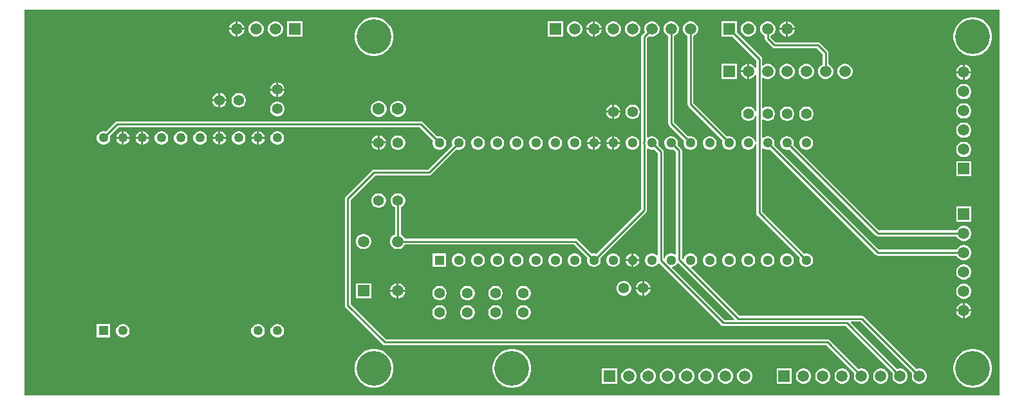
<source format=gbl>
G04*
G04 #@! TF.GenerationSoftware,Altium Limited,Altium Designer,21.6.1 (37)*
G04*
G04 Layer_Physical_Order=2*
G04 Layer_Color=16711680*
%FSLAX25Y25*%
%MOIN*%
G70*
G04*
G04 #@! TF.SameCoordinates,5A4F57BB-18EF-4FC9-9596-1EF8DA8ABA7A*
G04*
G04*
G04 #@! TF.FilePolarity,Positive*
G04*
G01*
G75*
%ADD10C,0.01000*%
%ADD21C,0.04921*%
%ADD22R,0.04921X0.04921*%
%ADD24C,0.05906*%
%ADD25R,0.05906X0.05906*%
%ADD26C,0.05512*%
%ADD27C,0.06299*%
%ADD28R,0.05906X0.05906*%
%ADD29R,0.05039X0.05039*%
%ADD30C,0.05039*%
%ADD31C,0.18000*%
G36*
X505000Y0D02*
X0D01*
Y200000D01*
X505000D01*
Y0D01*
D02*
G37*
%LPC*%
G36*
X110520Y193953D02*
X110500D01*
Y190500D01*
X113953D01*
Y190520D01*
X113683Y191526D01*
X113163Y192427D01*
X112427Y193163D01*
X111526Y193683D01*
X110520Y193953D01*
D02*
G37*
G36*
X395520D02*
X395500D01*
Y190500D01*
X398953D01*
Y190520D01*
X398683Y191526D01*
X398163Y192427D01*
X397427Y193163D01*
X396526Y193683D01*
X395520Y193953D01*
D02*
G37*
G36*
X394500D02*
X394480D01*
X393474Y193683D01*
X392573Y193163D01*
X391837Y192427D01*
X391317Y191526D01*
X391047Y190520D01*
Y190500D01*
X394500D01*
Y193953D01*
D02*
G37*
G36*
X295520D02*
X295500D01*
Y190500D01*
X298953D01*
Y190520D01*
X298683Y191526D01*
X298163Y192427D01*
X297427Y193163D01*
X296526Y193683D01*
X295520Y193953D01*
D02*
G37*
G36*
X294500D02*
X294480D01*
X293474Y193683D01*
X292573Y193163D01*
X291837Y192427D01*
X291317Y191526D01*
X291047Y190520D01*
Y190500D01*
X294500D01*
Y193953D01*
D02*
G37*
G36*
X109500D02*
X109480D01*
X108474Y193683D01*
X107573Y193163D01*
X106837Y192427D01*
X106317Y191526D01*
X106047Y190520D01*
Y190500D01*
X109500D01*
Y193953D01*
D02*
G37*
G36*
X398953Y189500D02*
X395500D01*
Y186047D01*
X395520D01*
X396526Y186317D01*
X397427Y186837D01*
X398163Y187573D01*
X398683Y188474D01*
X398953Y189480D01*
Y189500D01*
D02*
G37*
G36*
X394500D02*
X391047D01*
Y189480D01*
X391317Y188474D01*
X391837Y187573D01*
X392573Y186837D01*
X393474Y186317D01*
X394480Y186047D01*
X394500D01*
Y189500D01*
D02*
G37*
G36*
X375520Y193953D02*
X374480D01*
X373474Y193683D01*
X372573Y193163D01*
X371837Y192427D01*
X371317Y191526D01*
X371047Y190520D01*
Y189480D01*
X371317Y188474D01*
X371837Y187573D01*
X372573Y186837D01*
X373474Y186317D01*
X374480Y186047D01*
X375520D01*
X376526Y186317D01*
X377427Y186837D01*
X378163Y187573D01*
X378683Y188474D01*
X378953Y189480D01*
Y190520D01*
X378683Y191526D01*
X378163Y192427D01*
X377427Y193163D01*
X376526Y193683D01*
X375520Y193953D01*
D02*
G37*
G36*
X325520D02*
X324480D01*
X323474Y193683D01*
X322573Y193163D01*
X321837Y192427D01*
X321317Y191526D01*
X321047Y190520D01*
Y189480D01*
X321316Y188478D01*
X319919Y187081D01*
X319587Y186585D01*
X319471Y186000D01*
Y131281D01*
X319479Y131238D01*
X319433Y130884D01*
X319479Y130530D01*
X319471Y130487D01*
Y96750D01*
X296168Y73447D01*
X295463Y73636D01*
X294537D01*
X293832Y73447D01*
X286402Y80877D01*
X285906Y81208D01*
X285321Y81325D01*
X197039D01*
X196521Y82222D01*
X195785Y82958D01*
X194958Y83436D01*
Y97505D01*
X195806Y97995D01*
X196505Y98694D01*
X197000Y99550D01*
X197256Y100505D01*
Y101495D01*
X197000Y102450D01*
X196505Y103306D01*
X195806Y104006D01*
X194950Y104500D01*
X193994Y104756D01*
X193006D01*
X192050Y104500D01*
X191194Y104006D01*
X190495Y103306D01*
X190000Y102450D01*
X189744Y101495D01*
Y100505D01*
X190000Y99550D01*
X190495Y98694D01*
X191194Y97995D01*
X191900Y97587D01*
Y83497D01*
X191832Y83479D01*
X190931Y82958D01*
X190195Y82222D01*
X189675Y81321D01*
X189406Y80316D01*
Y79275D01*
X189675Y78270D01*
X190195Y77368D01*
X190931Y76632D01*
X191832Y76112D01*
X192838Y75842D01*
X193879D01*
X194884Y76112D01*
X195785Y76632D01*
X196521Y77368D01*
X197039Y78266D01*
X284687D01*
X291669Y71284D01*
X291480Y70579D01*
Y69653D01*
X291720Y68758D01*
X292184Y67955D01*
X292839Y67300D01*
X293641Y66836D01*
X294537Y66597D01*
X295463D01*
X296359Y66836D01*
X297161Y67300D01*
X297816Y67955D01*
X298280Y68758D01*
X298520Y69653D01*
Y70579D01*
X298331Y71284D01*
X322081Y95035D01*
X322413Y95531D01*
X322529Y96116D01*
Y127712D01*
X323029Y127957D01*
X323641Y127604D01*
X324537Y127364D01*
X325463D01*
X326168Y127553D01*
X328025Y125696D01*
Y72776D01*
X327525Y72569D01*
X327161Y72933D01*
X326359Y73396D01*
X325463Y73636D01*
X324537D01*
X323641Y73396D01*
X322839Y72933D01*
X322184Y72277D01*
X321720Y71475D01*
X321480Y70579D01*
Y69653D01*
X321720Y68758D01*
X322184Y67955D01*
X322839Y67300D01*
X323641Y66836D01*
X324537Y66597D01*
X325463D01*
X326359Y66836D01*
X327161Y67300D01*
X327816Y67955D01*
X328110Y68464D01*
X328718Y68550D01*
X360850Y36419D01*
X361346Y36087D01*
X361931Y35971D01*
X425366D01*
X449816Y11522D01*
X449547Y10520D01*
Y9480D01*
X449817Y8474D01*
X450337Y7573D01*
X451073Y6837D01*
X451974Y6317D01*
X452980Y6047D01*
X454020D01*
X455026Y6317D01*
X455927Y6837D01*
X456663Y7573D01*
X457183Y8474D01*
X457453Y9480D01*
Y10520D01*
X457183Y11526D01*
X456663Y12427D01*
X455927Y13163D01*
X455026Y13683D01*
X454020Y13953D01*
X452980D01*
X451978Y13684D01*
X427959Y37704D01*
X428151Y38166D01*
X433172D01*
X459816Y11522D01*
X459547Y10520D01*
Y9480D01*
X459817Y8474D01*
X460337Y7573D01*
X461073Y6837D01*
X461974Y6317D01*
X462980Y6047D01*
X464020D01*
X465026Y6317D01*
X465927Y6837D01*
X466663Y7573D01*
X467183Y8474D01*
X467453Y9480D01*
Y10520D01*
X467183Y11526D01*
X466663Y12427D01*
X465927Y13163D01*
X465026Y13683D01*
X464020Y13953D01*
X462980D01*
X461978Y13684D01*
X434887Y40776D01*
X434390Y41108D01*
X433805Y41224D01*
X370370D01*
X345464Y66131D01*
X345654Y66647D01*
X346359Y66836D01*
X347161Y67300D01*
X347816Y67955D01*
X348280Y68758D01*
X348520Y69653D01*
Y70579D01*
X348280Y71475D01*
X347816Y72277D01*
X347161Y72933D01*
X346359Y73396D01*
X345463Y73636D01*
X344537D01*
X343641Y73396D01*
X342839Y72933D01*
X342184Y72277D01*
X341720Y71475D01*
X341531Y70770D01*
X341014Y70580D01*
X340549Y71045D01*
Y126864D01*
X340433Y127449D01*
X340101Y127946D01*
X338331Y129716D01*
X338520Y130420D01*
Y131347D01*
X338280Y132242D01*
X337816Y133045D01*
X337161Y133700D01*
X336359Y134164D01*
X335463Y134404D01*
X334537D01*
X333641Y134164D01*
X332839Y133700D01*
X332184Y133045D01*
X331720Y132242D01*
X331480Y131347D01*
Y130420D01*
X331720Y129525D01*
X332184Y128723D01*
X332839Y128067D01*
X333641Y127604D01*
X334537Y127364D01*
X335463D01*
X336168Y127553D01*
X337490Y126231D01*
Y73262D01*
X336990Y73031D01*
X336359Y73396D01*
X335463Y73636D01*
X334537D01*
X333641Y73396D01*
X332839Y72933D01*
X332184Y72277D01*
X331720Y71475D01*
X331583Y70964D01*
X331083Y71030D01*
Y126330D01*
X330967Y126915D01*
X330635Y127411D01*
X328331Y129716D01*
X328520Y130420D01*
Y131347D01*
X328280Y132242D01*
X327816Y133045D01*
X327161Y133700D01*
X326359Y134164D01*
X325463Y134404D01*
X324537D01*
X323641Y134164D01*
X323029Y133810D01*
X322529Y134056D01*
Y185366D01*
X323478Y186316D01*
X324480Y186047D01*
X325520D01*
X326526Y186317D01*
X327427Y186837D01*
X328163Y187573D01*
X328683Y188474D01*
X328953Y189480D01*
Y190520D01*
X328683Y191526D01*
X328163Y192427D01*
X327427Y193163D01*
X326526Y193683D01*
X325520Y193953D01*
D02*
G37*
G36*
X315520D02*
X314480D01*
X313474Y193683D01*
X312573Y193163D01*
X311837Y192427D01*
X311317Y191526D01*
X311047Y190520D01*
Y189480D01*
X311317Y188474D01*
X311837Y187573D01*
X312573Y186837D01*
X313474Y186317D01*
X314480Y186047D01*
X315520D01*
X316526Y186317D01*
X317427Y186837D01*
X318163Y187573D01*
X318683Y188474D01*
X318953Y189480D01*
Y190520D01*
X318683Y191526D01*
X318163Y192427D01*
X317427Y193163D01*
X316526Y193683D01*
X315520Y193953D01*
D02*
G37*
G36*
X305520D02*
X304480D01*
X303474Y193683D01*
X302573Y193163D01*
X301837Y192427D01*
X301317Y191526D01*
X301047Y190520D01*
Y189480D01*
X301317Y188474D01*
X301837Y187573D01*
X302573Y186837D01*
X303474Y186317D01*
X304480Y186047D01*
X305520D01*
X306526Y186317D01*
X307427Y186837D01*
X308163Y187573D01*
X308683Y188474D01*
X308953Y189480D01*
Y190520D01*
X308683Y191526D01*
X308163Y192427D01*
X307427Y193163D01*
X306526Y193683D01*
X305520Y193953D01*
D02*
G37*
G36*
X298953Y189500D02*
X295500D01*
Y186047D01*
X295520D01*
X296526Y186317D01*
X297427Y186837D01*
X298163Y187573D01*
X298683Y188474D01*
X298953Y189480D01*
Y189500D01*
D02*
G37*
G36*
X294500D02*
X291047D01*
Y189480D01*
X291317Y188474D01*
X291837Y187573D01*
X292573Y186837D01*
X293474Y186317D01*
X294480Y186047D01*
X294500D01*
Y189500D01*
D02*
G37*
G36*
X285520Y193953D02*
X284480D01*
X283474Y193683D01*
X282573Y193163D01*
X281837Y192427D01*
X281317Y191526D01*
X281047Y190520D01*
Y189480D01*
X281317Y188474D01*
X281837Y187573D01*
X282573Y186837D01*
X283474Y186317D01*
X284480Y186047D01*
X285520D01*
X286526Y186317D01*
X287427Y186837D01*
X288163Y187573D01*
X288683Y188474D01*
X288953Y189480D01*
Y190520D01*
X288683Y191526D01*
X288163Y192427D01*
X287427Y193163D01*
X286526Y193683D01*
X285520Y193953D01*
D02*
G37*
G36*
X278953D02*
X271047D01*
Y186047D01*
X278953D01*
Y193953D01*
D02*
G37*
G36*
X143953D02*
X136047D01*
Y186047D01*
X143953D01*
Y193953D01*
D02*
G37*
G36*
X130520D02*
X129480D01*
X128474Y193683D01*
X127573Y193163D01*
X126837Y192427D01*
X126317Y191526D01*
X126047Y190520D01*
Y189480D01*
X126317Y188474D01*
X126837Y187573D01*
X127573Y186837D01*
X128474Y186317D01*
X129480Y186047D01*
X130520D01*
X131526Y186317D01*
X132427Y186837D01*
X133163Y187573D01*
X133683Y188474D01*
X133953Y189480D01*
Y190520D01*
X133683Y191526D01*
X133163Y192427D01*
X132427Y193163D01*
X131526Y193683D01*
X130520Y193953D01*
D02*
G37*
G36*
X120520D02*
X119480D01*
X118474Y193683D01*
X117573Y193163D01*
X116837Y192427D01*
X116317Y191526D01*
X116047Y190520D01*
Y189480D01*
X116317Y188474D01*
X116837Y187573D01*
X117573Y186837D01*
X118474Y186317D01*
X119480Y186047D01*
X120520D01*
X121526Y186317D01*
X122427Y186837D01*
X123163Y187573D01*
X123683Y188474D01*
X123953Y189480D01*
Y190520D01*
X123683Y191526D01*
X123163Y192427D01*
X122427Y193163D01*
X121526Y193683D01*
X120520Y193953D01*
D02*
G37*
G36*
X113953Y189500D02*
X110500D01*
Y186047D01*
X110520D01*
X111526Y186317D01*
X112427Y186837D01*
X113163Y187573D01*
X113683Y188474D01*
X113953Y189480D01*
Y189500D01*
D02*
G37*
G36*
X109500D02*
X106047D01*
Y189480D01*
X106317Y188474D01*
X106837Y187573D01*
X107573Y186837D01*
X108474Y186317D01*
X109480Y186047D01*
X109500D01*
Y189500D01*
D02*
G37*
G36*
X492185Y196000D02*
X490215D01*
X488283Y195616D01*
X486463Y194862D01*
X484825Y193767D01*
X483432Y192375D01*
X482338Y190737D01*
X481584Y188917D01*
X481200Y186985D01*
Y185015D01*
X481584Y183083D01*
X482338Y181263D01*
X483432Y179625D01*
X484825Y178233D01*
X486463Y177138D01*
X488283Y176384D01*
X490215Y176000D01*
X492185D01*
X494117Y176384D01*
X495937Y177138D01*
X497575Y178233D01*
X498968Y179625D01*
X500062Y181263D01*
X500816Y183083D01*
X501200Y185015D01*
Y186985D01*
X500816Y188917D01*
X500062Y190737D01*
X498968Y192375D01*
X497575Y193767D01*
X495937Y194862D01*
X494117Y195616D01*
X492185Y196000D01*
D02*
G37*
G36*
X182087D02*
X180117D01*
X178185Y195616D01*
X176366Y194862D01*
X174728Y193767D01*
X173335Y192375D01*
X172240Y190737D01*
X171487Y188917D01*
X171102Y186985D01*
Y185015D01*
X171487Y183083D01*
X172240Y181263D01*
X173335Y179625D01*
X174728Y178233D01*
X176366Y177138D01*
X178185Y176384D01*
X180117Y176000D01*
X182087D01*
X184019Y176384D01*
X185839Y177138D01*
X187477Y178233D01*
X188870Y179625D01*
X189964Y181263D01*
X190718Y183083D01*
X191102Y185015D01*
Y186985D01*
X190718Y188917D01*
X189964Y190737D01*
X188870Y192375D01*
X187477Y193767D01*
X185839Y194862D01*
X184019Y195616D01*
X182087Y196000D01*
D02*
G37*
G36*
X368953Y193953D02*
X361047D01*
Y186047D01*
X366790D01*
X379018Y173819D01*
Y169946D01*
X378518Y169812D01*
X378163Y170427D01*
X377427Y171163D01*
X376526Y171683D01*
X375520Y171953D01*
X375500D01*
Y168000D01*
Y164047D01*
X375520D01*
X376526Y164317D01*
X377427Y164837D01*
X378163Y165573D01*
X378518Y166188D01*
X379018Y166054D01*
Y147449D01*
X378518Y147383D01*
X378500Y147450D01*
X378006Y148306D01*
X377306Y149005D01*
X376450Y149500D01*
X375495Y149756D01*
X374505D01*
X373550Y149500D01*
X372694Y149005D01*
X371994Y148306D01*
X371500Y147450D01*
X371244Y146494D01*
Y145505D01*
X371500Y144550D01*
X371994Y143694D01*
X372694Y142994D01*
X373550Y142500D01*
X374505Y142244D01*
X375495D01*
X376450Y142500D01*
X377306Y142994D01*
X378006Y143694D01*
X378500Y144550D01*
X378518Y144617D01*
X379018Y144551D01*
Y131352D01*
X378520Y131347D01*
X378280Y132242D01*
X377816Y133045D01*
X377161Y133700D01*
X376359Y134164D01*
X375463Y134404D01*
X374537D01*
X373641Y134164D01*
X372839Y133700D01*
X372184Y133045D01*
X371720Y132242D01*
X371480Y131347D01*
Y130420D01*
X371720Y129525D01*
X372184Y128723D01*
X372839Y128067D01*
X373641Y127604D01*
X374537Y127364D01*
X375463D01*
X376359Y127604D01*
X377161Y128067D01*
X377816Y128723D01*
X378280Y129525D01*
X378520Y130420D01*
X379018Y130416D01*
Y94569D01*
X379134Y93984D01*
X379466Y93488D01*
X401669Y71284D01*
X401480Y70579D01*
Y69653D01*
X401720Y68758D01*
X402184Y67955D01*
X402839Y67300D01*
X403641Y66836D01*
X404537Y66597D01*
X405463D01*
X406359Y66836D01*
X407161Y67300D01*
X407816Y67955D01*
X408280Y68758D01*
X408520Y69653D01*
Y70579D01*
X408280Y71475D01*
X407816Y72277D01*
X407161Y72933D01*
X406359Y73396D01*
X405463Y73636D01*
X404537D01*
X403832Y73447D01*
X382077Y95202D01*
Y128123D01*
X382577Y128330D01*
X382839Y128067D01*
X383641Y127604D01*
X384537Y127364D01*
X385463D01*
X386168Y127553D01*
X440802Y72919D01*
X441299Y72587D01*
X441884Y72471D01*
X482819D01*
X483337Y71573D01*
X484073Y70837D01*
X484974Y70317D01*
X485980Y70047D01*
X487020D01*
X488026Y70317D01*
X488927Y70837D01*
X489663Y71573D01*
X490183Y72474D01*
X490453Y73480D01*
Y74520D01*
X490183Y75526D01*
X489663Y76427D01*
X488927Y77163D01*
X488026Y77683D01*
X487020Y77953D01*
X485980D01*
X484974Y77683D01*
X484073Y77163D01*
X483337Y76427D01*
X482819Y75529D01*
X442517D01*
X388331Y129716D01*
X388520Y130420D01*
Y131347D01*
X388280Y132242D01*
X387816Y133045D01*
X387161Y133700D01*
X386359Y134164D01*
X385463Y134404D01*
X384537D01*
X383641Y134164D01*
X382839Y133700D01*
X382577Y133438D01*
X382077Y133645D01*
Y142958D01*
X382539Y143150D01*
X382694Y142994D01*
X383550Y142500D01*
X384506Y142244D01*
X385494D01*
X386450Y142500D01*
X387306Y142994D01*
X388005Y143694D01*
X388500Y144550D01*
X388756Y145505D01*
Y146494D01*
X388500Y147450D01*
X388005Y148306D01*
X387306Y149005D01*
X386450Y149500D01*
X385494Y149756D01*
X384506D01*
X383550Y149500D01*
X382694Y149005D01*
X382539Y148850D01*
X382077Y149042D01*
Y164680D01*
X382539Y164871D01*
X382573Y164837D01*
X383474Y164317D01*
X384480Y164047D01*
X385520D01*
X386526Y164317D01*
X387427Y164837D01*
X388163Y165573D01*
X388683Y166474D01*
X388953Y167480D01*
Y168520D01*
X388683Y169526D01*
X388163Y170427D01*
X387427Y171163D01*
X386526Y171683D01*
X385520Y171953D01*
X384480D01*
X383474Y171683D01*
X382573Y171163D01*
X382539Y171129D01*
X382077Y171320D01*
Y174453D01*
X381960Y175038D01*
X381629Y175534D01*
X368953Y188210D01*
Y193953D01*
D02*
G37*
G36*
X374500Y171953D02*
X374480D01*
X373474Y171683D01*
X372573Y171163D01*
X371837Y170427D01*
X371317Y169526D01*
X371047Y168520D01*
Y168500D01*
X374500D01*
Y171953D01*
D02*
G37*
G36*
X487020Y171453D02*
X487000D01*
Y168000D01*
X490453D01*
Y168020D01*
X490183Y169026D01*
X489663Y169927D01*
X488927Y170663D01*
X488026Y171183D01*
X487020Y171453D01*
D02*
G37*
G36*
X486000D02*
X485980D01*
X484974Y171183D01*
X484073Y170663D01*
X483337Y169927D01*
X482817Y169026D01*
X482547Y168020D01*
Y168000D01*
X486000D01*
Y171453D01*
D02*
G37*
G36*
X425520Y171953D02*
X424480D01*
X423474Y171683D01*
X422573Y171163D01*
X421837Y170427D01*
X421317Y169526D01*
X421047Y168520D01*
Y167480D01*
X421317Y166474D01*
X421837Y165573D01*
X422573Y164837D01*
X423474Y164317D01*
X424480Y164047D01*
X425520D01*
X426526Y164317D01*
X427427Y164837D01*
X428163Y165573D01*
X428683Y166474D01*
X428953Y167480D01*
Y168520D01*
X428683Y169526D01*
X428163Y170427D01*
X427427Y171163D01*
X426526Y171683D01*
X425520Y171953D01*
D02*
G37*
G36*
X385520Y193953D02*
X384480D01*
X383474Y193683D01*
X382573Y193163D01*
X381837Y192427D01*
X381317Y191526D01*
X381047Y190520D01*
Y189480D01*
X381317Y188474D01*
X381837Y187573D01*
X382573Y186837D01*
X383471Y186319D01*
Y185000D01*
X383587Y184415D01*
X383919Y183919D01*
X387419Y180419D01*
X387915Y180087D01*
X388500Y179971D01*
X410366D01*
X413471Y176866D01*
Y171681D01*
X412573Y171163D01*
X411837Y170427D01*
X411317Y169526D01*
X411047Y168520D01*
Y167480D01*
X411317Y166474D01*
X411837Y165573D01*
X412573Y164837D01*
X413474Y164317D01*
X414480Y164047D01*
X415520D01*
X416526Y164317D01*
X417427Y164837D01*
X418163Y165573D01*
X418683Y166474D01*
X418953Y167480D01*
Y168520D01*
X418683Y169526D01*
X418163Y170427D01*
X417427Y171163D01*
X416529Y171681D01*
Y177500D01*
X416413Y178085D01*
X416081Y178581D01*
X412081Y182581D01*
X411585Y182913D01*
X411000Y183029D01*
X389134D01*
X386529Y185634D01*
Y186319D01*
X387427Y186837D01*
X388163Y187573D01*
X388683Y188474D01*
X388953Y189480D01*
Y190520D01*
X388683Y191526D01*
X388163Y192427D01*
X387427Y193163D01*
X386526Y193683D01*
X385520Y193953D01*
D02*
G37*
G36*
X405520Y171953D02*
X404480D01*
X403474Y171683D01*
X402573Y171163D01*
X401837Y170427D01*
X401317Y169526D01*
X401047Y168520D01*
Y167480D01*
X401317Y166474D01*
X401837Y165573D01*
X402573Y164837D01*
X403474Y164317D01*
X404480Y164047D01*
X405520D01*
X406526Y164317D01*
X407427Y164837D01*
X408163Y165573D01*
X408683Y166474D01*
X408953Y167480D01*
Y168520D01*
X408683Y169526D01*
X408163Y170427D01*
X407427Y171163D01*
X406526Y171683D01*
X405520Y171953D01*
D02*
G37*
G36*
X395520D02*
X394480D01*
X393474Y171683D01*
X392573Y171163D01*
X391837Y170427D01*
X391317Y169526D01*
X391047Y168520D01*
Y167480D01*
X391317Y166474D01*
X391837Y165573D01*
X392573Y164837D01*
X393474Y164317D01*
X394480Y164047D01*
X395520D01*
X396526Y164317D01*
X397427Y164837D01*
X398163Y165573D01*
X398683Y166474D01*
X398953Y167480D01*
Y168520D01*
X398683Y169526D01*
X398163Y170427D01*
X397427Y171163D01*
X396526Y171683D01*
X395520Y171953D01*
D02*
G37*
G36*
X374500Y167500D02*
X371047D01*
Y167480D01*
X371317Y166474D01*
X371837Y165573D01*
X372573Y164837D01*
X373474Y164317D01*
X374480Y164047D01*
X374500D01*
Y167500D01*
D02*
G37*
G36*
X368953Y171953D02*
X361047D01*
Y164047D01*
X368953D01*
Y171953D01*
D02*
G37*
G36*
X490453Y167000D02*
X487000D01*
Y163547D01*
X487020D01*
X488026Y163817D01*
X488927Y164337D01*
X489663Y165073D01*
X490183Y165974D01*
X490453Y166980D01*
Y167000D01*
D02*
G37*
G36*
X486000D02*
X482547D01*
Y166980D01*
X482817Y165974D01*
X483337Y165073D01*
X484073Y164337D01*
X484974Y163817D01*
X485980Y163547D01*
X486000D01*
Y167000D01*
D02*
G37*
G36*
X131500Y162254D02*
Y159000D01*
X134754D01*
X134500Y159950D01*
X134005Y160806D01*
X133306Y161505D01*
X132450Y162000D01*
X131500Y162254D01*
D02*
G37*
G36*
X130500D02*
X129550Y162000D01*
X128694Y161505D01*
X127995Y160806D01*
X127500Y159950D01*
X127246Y159000D01*
X130500D01*
Y162254D01*
D02*
G37*
G36*
X134754Y158000D02*
X131500D01*
Y154746D01*
X132450Y155000D01*
X133306Y155494D01*
X134005Y156194D01*
X134500Y157050D01*
X134754Y158000D01*
D02*
G37*
G36*
X130500D02*
X127246D01*
X127500Y157050D01*
X127995Y156194D01*
X128694Y155494D01*
X129550Y155000D01*
X130500Y154746D01*
Y158000D01*
D02*
G37*
G36*
X487020Y161453D02*
X485980D01*
X484974Y161183D01*
X484073Y160663D01*
X483337Y159927D01*
X482817Y159026D01*
X482547Y158020D01*
Y156980D01*
X482817Y155974D01*
X483337Y155073D01*
X484073Y154337D01*
X484974Y153817D01*
X485980Y153547D01*
X487020D01*
X488026Y153817D01*
X488927Y154337D01*
X489663Y155073D01*
X490183Y155974D01*
X490453Y156980D01*
Y158020D01*
X490183Y159026D01*
X489663Y159927D01*
X488927Y160663D01*
X488026Y161183D01*
X487020Y161453D01*
D02*
G37*
G36*
X101500Y156754D02*
Y153500D01*
X104754D01*
X104500Y154450D01*
X104006Y155306D01*
X103306Y156006D01*
X102450Y156500D01*
X101500Y156754D01*
D02*
G37*
G36*
X100500D02*
X99550Y156500D01*
X98694Y156006D01*
X97995Y155306D01*
X97500Y154450D01*
X97246Y153500D01*
X100500D01*
Y156754D01*
D02*
G37*
G36*
X104754Y152500D02*
X101500D01*
Y149246D01*
X102450Y149500D01*
X103306Y149995D01*
X104006Y150694D01*
X104500Y151550D01*
X104754Y152500D01*
D02*
G37*
G36*
X100500D02*
X97246D01*
X97500Y151550D01*
X97995Y150694D01*
X98694Y149995D01*
X99550Y149500D01*
X100500Y149246D01*
Y152500D01*
D02*
G37*
G36*
X111495Y156756D02*
X110505D01*
X109550Y156500D01*
X108694Y156006D01*
X107994Y155306D01*
X107500Y154450D01*
X107244Y153495D01*
Y152506D01*
X107500Y151550D01*
X107994Y150694D01*
X108694Y149995D01*
X109550Y149500D01*
X110505Y149244D01*
X111495D01*
X112450Y149500D01*
X113306Y149995D01*
X114005Y150694D01*
X114500Y151550D01*
X114756Y152506D01*
Y153495D01*
X114500Y154450D01*
X114005Y155306D01*
X113306Y156006D01*
X112450Y156500D01*
X111495Y156756D01*
D02*
G37*
G36*
X305500Y150754D02*
Y147500D01*
X308754D01*
X308500Y148450D01*
X308005Y149306D01*
X307306Y150005D01*
X306450Y150500D01*
X305500Y150754D01*
D02*
G37*
G36*
X304500D02*
X303550Y150500D01*
X302694Y150005D01*
X301994Y149306D01*
X301500Y148450D01*
X301246Y147500D01*
X304500D01*
Y150754D01*
D02*
G37*
G36*
X131494Y152256D02*
X130506D01*
X129550Y152000D01*
X128694Y151505D01*
X127995Y150806D01*
X127500Y149950D01*
X127244Y148995D01*
Y148005D01*
X127500Y147050D01*
X127995Y146194D01*
X128694Y145494D01*
X129550Y145000D01*
X130506Y144744D01*
X131494D01*
X132450Y145000D01*
X133306Y145494D01*
X134005Y146194D01*
X134500Y147050D01*
X134756Y148005D01*
Y148995D01*
X134500Y149950D01*
X134005Y150806D01*
X133306Y151505D01*
X132450Y152000D01*
X131494Y152256D01*
D02*
G37*
G36*
X194046Y152650D02*
X192954D01*
X191898Y152367D01*
X190952Y151821D01*
X190180Y151048D01*
X189633Y150102D01*
X189350Y149046D01*
Y147954D01*
X189633Y146898D01*
X190180Y145952D01*
X190952Y145179D01*
X191898Y144633D01*
X192954Y144350D01*
X194046D01*
X195102Y144633D01*
X196048Y145179D01*
X196820Y145952D01*
X197367Y146898D01*
X197650Y147954D01*
Y149046D01*
X197367Y150102D01*
X196820Y151048D01*
X196048Y151821D01*
X195102Y152367D01*
X194046Y152650D01*
D02*
G37*
G36*
X184046D02*
X182954D01*
X181898Y152367D01*
X180952Y151821D01*
X180180Y151048D01*
X179633Y150102D01*
X179350Y149046D01*
Y147954D01*
X179633Y146898D01*
X180180Y145952D01*
X180952Y145179D01*
X181898Y144633D01*
X182954Y144350D01*
X184046D01*
X185102Y144633D01*
X186048Y145179D01*
X186820Y145952D01*
X187367Y146898D01*
X187650Y147954D01*
Y149046D01*
X187367Y150102D01*
X186820Y151048D01*
X186048Y151821D01*
X185102Y152367D01*
X184046Y152650D01*
D02*
G37*
G36*
X487020Y151453D02*
X485980D01*
X484974Y151183D01*
X484073Y150663D01*
X483337Y149927D01*
X482817Y149026D01*
X482547Y148020D01*
Y146980D01*
X482817Y145974D01*
X483337Y145073D01*
X484073Y144337D01*
X484974Y143817D01*
X485980Y143547D01*
X487020D01*
X488026Y143817D01*
X488927Y144337D01*
X489663Y145073D01*
X490183Y145974D01*
X490453Y146980D01*
Y148020D01*
X490183Y149026D01*
X489663Y149927D01*
X488927Y150663D01*
X488026Y151183D01*
X487020Y151453D01*
D02*
G37*
G36*
X308754Y146500D02*
X305500D01*
Y143246D01*
X306450Y143500D01*
X307306Y143994D01*
X308005Y144694D01*
X308500Y145550D01*
X308754Y146500D01*
D02*
G37*
G36*
X304500D02*
X301246D01*
X301500Y145550D01*
X301994Y144694D01*
X302694Y143994D01*
X303550Y143500D01*
X304500Y143246D01*
Y146500D01*
D02*
G37*
G36*
X315494Y150756D02*
X314506D01*
X313550Y150500D01*
X312694Y150005D01*
X311995Y149306D01*
X311500Y148450D01*
X311244Y147494D01*
Y146505D01*
X311500Y145550D01*
X311995Y144694D01*
X312694Y143994D01*
X313550Y143500D01*
X314506Y143244D01*
X315494D01*
X316450Y143500D01*
X317306Y143994D01*
X318005Y144694D01*
X318500Y145550D01*
X318756Y146505D01*
Y147494D01*
X318500Y148450D01*
X318005Y149306D01*
X317306Y150005D01*
X316450Y150500D01*
X315494Y150756D01*
D02*
G37*
G36*
X405494Y149756D02*
X404505D01*
X403550Y149500D01*
X402694Y149005D01*
X401995Y148306D01*
X401500Y147450D01*
X401244Y146494D01*
Y145505D01*
X401500Y144550D01*
X401995Y143694D01*
X402694Y142994D01*
X403550Y142500D01*
X404505Y142244D01*
X405494D01*
X406450Y142500D01*
X407306Y142994D01*
X408006Y143694D01*
X408500Y144550D01*
X408756Y145505D01*
Y146494D01*
X408500Y147450D01*
X408006Y148306D01*
X407306Y149005D01*
X406450Y149500D01*
X405494Y149756D01*
D02*
G37*
G36*
X395495D02*
X394506D01*
X393550Y149500D01*
X392694Y149005D01*
X391995Y148306D01*
X391500Y147450D01*
X391244Y146494D01*
Y145505D01*
X391500Y144550D01*
X391995Y143694D01*
X392694Y142994D01*
X393550Y142500D01*
X394506Y142244D01*
X395495D01*
X396450Y142500D01*
X397306Y142994D01*
X398006Y143694D01*
X398500Y144550D01*
X398756Y145505D01*
Y146494D01*
X398500Y147450D01*
X398006Y148306D01*
X397306Y149005D01*
X396450Y149500D01*
X395495Y149756D01*
D02*
G37*
G36*
X121500Y136949D02*
Y134000D01*
X124449D01*
X124225Y134836D01*
X123769Y135625D01*
X123125Y136269D01*
X122336Y136725D01*
X121500Y136949D01*
D02*
G37*
G36*
X120500D02*
X119664Y136725D01*
X118875Y136269D01*
X118231Y135625D01*
X117775Y134836D01*
X117551Y134000D01*
X120500D01*
Y136949D01*
D02*
G37*
G36*
X101500D02*
Y134000D01*
X104449D01*
X104225Y134836D01*
X103769Y135625D01*
X103125Y136269D01*
X102336Y136725D01*
X101500Y136949D01*
D02*
G37*
G36*
X100500D02*
X99664Y136725D01*
X98875Y136269D01*
X98231Y135625D01*
X97775Y134836D01*
X97551Y134000D01*
X100500D01*
Y136949D01*
D02*
G37*
G36*
X61500D02*
Y134000D01*
X64449D01*
X64225Y134836D01*
X63769Y135625D01*
X63125Y136269D01*
X62336Y136725D01*
X61500Y136949D01*
D02*
G37*
G36*
X60500D02*
X59664Y136725D01*
X58875Y136269D01*
X58231Y135625D01*
X57775Y134836D01*
X57551Y134000D01*
X60500D01*
Y136949D01*
D02*
G37*
G36*
X51500D02*
Y134000D01*
X54449D01*
X54225Y134836D01*
X53769Y135625D01*
X53125Y136269D01*
X52336Y136725D01*
X51500Y136949D01*
D02*
G37*
G36*
X50500D02*
X49664Y136725D01*
X48875Y136269D01*
X48231Y135625D01*
X47775Y134836D01*
X47551Y134000D01*
X50500D01*
Y136949D01*
D02*
G37*
G36*
X487020Y141453D02*
X485980D01*
X484974Y141183D01*
X484073Y140663D01*
X483337Y139927D01*
X482817Y139026D01*
X482547Y138020D01*
Y136980D01*
X482817Y135974D01*
X483337Y135073D01*
X484073Y134337D01*
X484974Y133817D01*
X485980Y133547D01*
X487020D01*
X488026Y133817D01*
X488927Y134337D01*
X489663Y135073D01*
X490183Y135974D01*
X490453Y136980D01*
Y138020D01*
X490183Y139026D01*
X489663Y139927D01*
X488927Y140663D01*
X488026Y141183D01*
X487020Y141453D01*
D02*
G37*
G36*
X184000Y134754D02*
Y131500D01*
X187254D01*
X187000Y132450D01*
X186505Y133306D01*
X185806Y134005D01*
X184950Y134500D01*
X184000Y134754D01*
D02*
G37*
G36*
X183000D02*
X182050Y134500D01*
X181194Y134005D01*
X180494Y133306D01*
X180000Y132450D01*
X179746Y131500D01*
X183000D01*
Y134754D01*
D02*
G37*
G36*
X305500Y134394D02*
Y131384D01*
X308510D01*
X308280Y132242D01*
X307816Y133045D01*
X307161Y133700D01*
X306359Y134164D01*
X305500Y134394D01*
D02*
G37*
G36*
X295500D02*
Y131384D01*
X298510D01*
X298280Y132242D01*
X297816Y133045D01*
X297161Y133700D01*
X296359Y134164D01*
X295500Y134394D01*
D02*
G37*
G36*
X304500D02*
X303641Y134164D01*
X302839Y133700D01*
X302184Y133045D01*
X301720Y132242D01*
X301490Y131384D01*
X304500D01*
Y134394D01*
D02*
G37*
G36*
X294500D02*
X293641Y134164D01*
X292839Y133700D01*
X292184Y133045D01*
X291720Y132242D01*
X291490Y131384D01*
X294500D01*
Y134394D01*
D02*
G37*
G36*
X124449Y133000D02*
X121500D01*
Y130051D01*
X122336Y130275D01*
X123125Y130731D01*
X123769Y131375D01*
X124225Y132164D01*
X124449Y133000D01*
D02*
G37*
G36*
X120500D02*
X117551D01*
X117775Y132164D01*
X118231Y131375D01*
X118875Y130731D01*
X119664Y130275D01*
X120500Y130051D01*
Y133000D01*
D02*
G37*
G36*
X104449D02*
X101500D01*
Y130051D01*
X102336Y130275D01*
X103125Y130731D01*
X103769Y131375D01*
X104225Y132164D01*
X104449Y133000D01*
D02*
G37*
G36*
X100500D02*
X97551D01*
X97775Y132164D01*
X98231Y131375D01*
X98875Y130731D01*
X99664Y130275D01*
X100500Y130051D01*
Y133000D01*
D02*
G37*
G36*
X64449D02*
X61500D01*
Y130051D01*
X62336Y130275D01*
X63125Y130731D01*
X63769Y131375D01*
X64225Y132164D01*
X64449Y133000D01*
D02*
G37*
G36*
X60500D02*
X57551D01*
X57775Y132164D01*
X58231Y131375D01*
X58875Y130731D01*
X59664Y130275D01*
X60500Y130051D01*
Y133000D01*
D02*
G37*
G36*
X54449D02*
X51500D01*
Y130051D01*
X52336Y130275D01*
X53125Y130731D01*
X53769Y131375D01*
X54225Y132164D01*
X54449Y133000D01*
D02*
G37*
G36*
X50500D02*
X47551D01*
X47775Y132164D01*
X48231Y131375D01*
X48875Y130731D01*
X49664Y130275D01*
X50500Y130051D01*
Y133000D01*
D02*
G37*
G36*
X131456Y136961D02*
X130544D01*
X129664Y136725D01*
X128875Y136269D01*
X128231Y135625D01*
X127775Y134836D01*
X127539Y133956D01*
Y133044D01*
X127775Y132164D01*
X128231Y131375D01*
X128875Y130731D01*
X129664Y130275D01*
X130544Y130039D01*
X131456D01*
X132336Y130275D01*
X133125Y130731D01*
X133769Y131375D01*
X134225Y132164D01*
X134461Y133044D01*
Y133956D01*
X134225Y134836D01*
X133769Y135625D01*
X133125Y136269D01*
X132336Y136725D01*
X131456Y136961D01*
D02*
G37*
G36*
X111456D02*
X110544D01*
X109664Y136725D01*
X108875Y136269D01*
X108231Y135625D01*
X107775Y134836D01*
X107539Y133956D01*
Y133044D01*
X107775Y132164D01*
X108231Y131375D01*
X108875Y130731D01*
X109664Y130275D01*
X110544Y130039D01*
X111456D01*
X112336Y130275D01*
X113125Y130731D01*
X113769Y131375D01*
X114225Y132164D01*
X114461Y133044D01*
Y133956D01*
X114225Y134836D01*
X113769Y135625D01*
X113125Y136269D01*
X112336Y136725D01*
X111456Y136961D01*
D02*
G37*
G36*
X91456D02*
X90544D01*
X89664Y136725D01*
X88875Y136269D01*
X88231Y135625D01*
X87775Y134836D01*
X87539Y133956D01*
Y133044D01*
X87775Y132164D01*
X88231Y131375D01*
X88875Y130731D01*
X89664Y130275D01*
X90544Y130039D01*
X91456D01*
X92336Y130275D01*
X93125Y130731D01*
X93769Y131375D01*
X94225Y132164D01*
X94461Y133044D01*
Y133956D01*
X94225Y134836D01*
X93769Y135625D01*
X93125Y136269D01*
X92336Y136725D01*
X91456Y136961D01*
D02*
G37*
G36*
X81456D02*
X80544D01*
X79664Y136725D01*
X78875Y136269D01*
X78231Y135625D01*
X77775Y134836D01*
X77539Y133956D01*
Y133044D01*
X77775Y132164D01*
X78231Y131375D01*
X78875Y130731D01*
X79664Y130275D01*
X80544Y130039D01*
X81456D01*
X82336Y130275D01*
X83125Y130731D01*
X83769Y131375D01*
X84225Y132164D01*
X84461Y133044D01*
Y133956D01*
X84225Y134836D01*
X83769Y135625D01*
X83125Y136269D01*
X82336Y136725D01*
X81456Y136961D01*
D02*
G37*
G36*
X71456D02*
X70544D01*
X69664Y136725D01*
X68875Y136269D01*
X68231Y135625D01*
X67775Y134836D01*
X67539Y133956D01*
Y133044D01*
X67775Y132164D01*
X68231Y131375D01*
X68875Y130731D01*
X69664Y130275D01*
X70544Y130039D01*
X71456D01*
X72336Y130275D01*
X73125Y130731D01*
X73769Y131375D01*
X74225Y132164D01*
X74461Y133044D01*
Y133956D01*
X74225Y134836D01*
X73769Y135625D01*
X73125Y136269D01*
X72336Y136725D01*
X71456Y136961D01*
D02*
G37*
G36*
X308510Y130384D02*
X305500D01*
Y127374D01*
X306359Y127604D01*
X307161Y128067D01*
X307816Y128723D01*
X308280Y129525D01*
X308510Y130384D01*
D02*
G37*
G36*
X298510D02*
X295500D01*
Y127374D01*
X296359Y127604D01*
X297161Y128067D01*
X297816Y128723D01*
X298280Y129525D01*
X298510Y130384D01*
D02*
G37*
G36*
X304500D02*
X301490D01*
X301720Y129525D01*
X302184Y128723D01*
X302839Y128067D01*
X303641Y127604D01*
X304500Y127374D01*
Y130384D01*
D02*
G37*
G36*
X294500D02*
X291490D01*
X291720Y129525D01*
X292184Y128723D01*
X292839Y128067D01*
X293641Y127604D01*
X294500Y127374D01*
Y130384D01*
D02*
G37*
G36*
X405463Y134404D02*
X404537D01*
X403641Y134164D01*
X402839Y133700D01*
X402184Y133045D01*
X401720Y132242D01*
X401480Y131347D01*
Y130420D01*
X401720Y129525D01*
X402184Y128723D01*
X402839Y128067D01*
X403641Y127604D01*
X404537Y127364D01*
X405463D01*
X406359Y127604D01*
X407161Y128067D01*
X407816Y128723D01*
X408280Y129525D01*
X408520Y130420D01*
Y131347D01*
X408280Y132242D01*
X407816Y133045D01*
X407161Y133700D01*
X406359Y134164D01*
X405463Y134404D01*
D02*
G37*
G36*
X345520Y193953D02*
X344480D01*
X343474Y193683D01*
X342573Y193163D01*
X341837Y192427D01*
X341317Y191526D01*
X341047Y190520D01*
Y189480D01*
X341317Y188474D01*
X341837Y187573D01*
X342573Y186837D01*
X343471Y186319D01*
Y150884D01*
X343587Y150299D01*
X343919Y149802D01*
X361669Y132052D01*
X361480Y131347D01*
Y130420D01*
X361720Y129525D01*
X362184Y128723D01*
X362839Y128067D01*
X363641Y127604D01*
X364537Y127364D01*
X365463D01*
X366359Y127604D01*
X367161Y128067D01*
X367816Y128723D01*
X368280Y129525D01*
X368520Y130420D01*
Y131347D01*
X368280Y132242D01*
X367816Y133045D01*
X367161Y133700D01*
X366359Y134164D01*
X365463Y134404D01*
X364537D01*
X363832Y134215D01*
X346529Y151517D01*
Y186319D01*
X347427Y186837D01*
X348163Y187573D01*
X348683Y188474D01*
X348953Y189480D01*
Y190520D01*
X348683Y191526D01*
X348163Y192427D01*
X347427Y193163D01*
X346526Y193683D01*
X345520Y193953D01*
D02*
G37*
G36*
X355463Y134404D02*
X354537D01*
X353641Y134164D01*
X352839Y133700D01*
X352184Y133045D01*
X351720Y132242D01*
X351480Y131347D01*
Y130420D01*
X351720Y129525D01*
X352184Y128723D01*
X352839Y128067D01*
X353641Y127604D01*
X354537Y127364D01*
X355463D01*
X356359Y127604D01*
X357161Y128067D01*
X357816Y128723D01*
X358280Y129525D01*
X358520Y130420D01*
Y131347D01*
X358280Y132242D01*
X357816Y133045D01*
X357161Y133700D01*
X356359Y134164D01*
X355463Y134404D01*
D02*
G37*
G36*
X335520Y193953D02*
X334480D01*
X333474Y193683D01*
X332573Y193163D01*
X331837Y192427D01*
X331317Y191526D01*
X331047Y190520D01*
Y189480D01*
X331317Y188474D01*
X331837Y187573D01*
X332573Y186837D01*
X333471Y186319D01*
Y140884D01*
X333587Y140299D01*
X333919Y139802D01*
X341669Y132052D01*
X341480Y131347D01*
Y130420D01*
X341720Y129525D01*
X342184Y128723D01*
X342839Y128067D01*
X343641Y127604D01*
X344537Y127364D01*
X345463D01*
X346359Y127604D01*
X347161Y128067D01*
X347816Y128723D01*
X348280Y129525D01*
X348520Y130420D01*
Y131347D01*
X348280Y132242D01*
X347816Y133045D01*
X347161Y133700D01*
X346359Y134164D01*
X345463Y134404D01*
X344537D01*
X343832Y134215D01*
X336529Y141517D01*
Y186319D01*
X337427Y186837D01*
X338163Y187573D01*
X338683Y188474D01*
X338953Y189480D01*
Y190520D01*
X338683Y191526D01*
X338163Y192427D01*
X337427Y193163D01*
X336526Y193683D01*
X335520Y193953D01*
D02*
G37*
G36*
X315463Y134404D02*
X314537D01*
X313641Y134164D01*
X312839Y133700D01*
X312184Y133045D01*
X311720Y132242D01*
X311480Y131347D01*
Y130420D01*
X311720Y129525D01*
X312184Y128723D01*
X312839Y128067D01*
X313641Y127604D01*
X314537Y127364D01*
X315463D01*
X316359Y127604D01*
X317161Y128067D01*
X317816Y128723D01*
X318280Y129525D01*
X318520Y130420D01*
Y131347D01*
X318280Y132242D01*
X317816Y133045D01*
X317161Y133700D01*
X316359Y134164D01*
X315463Y134404D01*
D02*
G37*
G36*
X285463D02*
X284537D01*
X283641Y134164D01*
X282839Y133700D01*
X282184Y133045D01*
X281720Y132242D01*
X281480Y131347D01*
Y130420D01*
X281720Y129525D01*
X282184Y128723D01*
X282839Y128067D01*
X283641Y127604D01*
X284537Y127364D01*
X285463D01*
X286359Y127604D01*
X287161Y128067D01*
X287816Y128723D01*
X288280Y129525D01*
X288520Y130420D01*
Y131347D01*
X288280Y132242D01*
X287816Y133045D01*
X287161Y133700D01*
X286359Y134164D01*
X285463Y134404D01*
D02*
G37*
G36*
X275463D02*
X274537D01*
X273641Y134164D01*
X272839Y133700D01*
X272184Y133045D01*
X271720Y132242D01*
X271480Y131347D01*
Y130420D01*
X271720Y129525D01*
X272184Y128723D01*
X272839Y128067D01*
X273641Y127604D01*
X274537Y127364D01*
X275463D01*
X276359Y127604D01*
X277161Y128067D01*
X277816Y128723D01*
X278280Y129525D01*
X278520Y130420D01*
Y131347D01*
X278280Y132242D01*
X277816Y133045D01*
X277161Y133700D01*
X276359Y134164D01*
X275463Y134404D01*
D02*
G37*
G36*
X265463D02*
X264537D01*
X263641Y134164D01*
X262839Y133700D01*
X262184Y133045D01*
X261720Y132242D01*
X261480Y131347D01*
Y130420D01*
X261720Y129525D01*
X262184Y128723D01*
X262839Y128067D01*
X263641Y127604D01*
X264537Y127364D01*
X265463D01*
X266359Y127604D01*
X267161Y128067D01*
X267816Y128723D01*
X268280Y129525D01*
X268520Y130420D01*
Y131347D01*
X268280Y132242D01*
X267816Y133045D01*
X267161Y133700D01*
X266359Y134164D01*
X265463Y134404D01*
D02*
G37*
G36*
X255463D02*
X254537D01*
X253641Y134164D01*
X252839Y133700D01*
X252184Y133045D01*
X251720Y132242D01*
X251480Y131347D01*
Y130420D01*
X251720Y129525D01*
X252184Y128723D01*
X252839Y128067D01*
X253641Y127604D01*
X254537Y127364D01*
X255463D01*
X256359Y127604D01*
X257161Y128067D01*
X257816Y128723D01*
X258280Y129525D01*
X258520Y130420D01*
Y131347D01*
X258280Y132242D01*
X257816Y133045D01*
X257161Y133700D01*
X256359Y134164D01*
X255463Y134404D01*
D02*
G37*
G36*
X245463D02*
X244537D01*
X243641Y134164D01*
X242839Y133700D01*
X242184Y133045D01*
X241720Y132242D01*
X241480Y131347D01*
Y130420D01*
X241720Y129525D01*
X242184Y128723D01*
X242839Y128067D01*
X243641Y127604D01*
X244537Y127364D01*
X245463D01*
X246359Y127604D01*
X247161Y128067D01*
X247816Y128723D01*
X248280Y129525D01*
X248520Y130420D01*
Y131347D01*
X248280Y132242D01*
X247816Y133045D01*
X247161Y133700D01*
X246359Y134164D01*
X245463Y134404D01*
D02*
G37*
G36*
X235463D02*
X234537D01*
X233641Y134164D01*
X232839Y133700D01*
X232184Y133045D01*
X231720Y132242D01*
X231480Y131347D01*
Y130420D01*
X231720Y129525D01*
X232184Y128723D01*
X232839Y128067D01*
X233641Y127604D01*
X234537Y127364D01*
X235463D01*
X236359Y127604D01*
X237161Y128067D01*
X237816Y128723D01*
X238280Y129525D01*
X238520Y130420D01*
Y131347D01*
X238280Y132242D01*
X237816Y133045D01*
X237161Y133700D01*
X236359Y134164D01*
X235463Y134404D01*
D02*
G37*
G36*
X225463D02*
X224537D01*
X223641Y134164D01*
X222839Y133700D01*
X222184Y133045D01*
X221720Y132242D01*
X221480Y131347D01*
Y130420D01*
X221669Y129716D01*
X208983Y117029D01*
X181000D01*
X180415Y116913D01*
X179919Y116581D01*
X166419Y103081D01*
X166087Y102585D01*
X165971Y102000D01*
Y46586D01*
X166087Y46000D01*
X166419Y45504D01*
X185504Y26419D01*
X186001Y26087D01*
X186586Y25971D01*
X415367D01*
X429815Y11522D01*
X429547Y10520D01*
Y9480D01*
X429817Y8474D01*
X430337Y7573D01*
X431073Y6837D01*
X431974Y6317D01*
X432980Y6047D01*
X434020D01*
X435026Y6317D01*
X435927Y6837D01*
X436663Y7573D01*
X437183Y8474D01*
X437453Y9480D01*
Y10520D01*
X437183Y11526D01*
X436663Y12427D01*
X435927Y13163D01*
X435026Y13683D01*
X434020Y13953D01*
X432980D01*
X431978Y13684D01*
X417081Y28581D01*
X416585Y28913D01*
X416000Y29029D01*
X187219D01*
X169029Y47219D01*
Y101366D01*
X181633Y113971D01*
X209616D01*
X210201Y114087D01*
X210698Y114419D01*
X223832Y127553D01*
X224537Y127364D01*
X225463D01*
X226359Y127604D01*
X227161Y128067D01*
X227816Y128723D01*
X228280Y129525D01*
X228520Y130420D01*
Y131347D01*
X228280Y132242D01*
X227816Y133045D01*
X227161Y133700D01*
X226359Y134164D01*
X225463Y134404D01*
D02*
G37*
G36*
X205384Y142029D02*
X48000D01*
X47415Y141913D01*
X46918Y141581D01*
X42120Y136783D01*
X41456Y136961D01*
X40544D01*
X39664Y136725D01*
X38875Y136269D01*
X38231Y135625D01*
X37775Y134836D01*
X37539Y133956D01*
Y133044D01*
X37775Y132164D01*
X38231Y131375D01*
X38875Y130731D01*
X39664Y130275D01*
X40544Y130039D01*
X41456D01*
X42336Y130275D01*
X43125Y130731D01*
X43769Y131375D01*
X44225Y132164D01*
X44461Y133044D01*
Y133956D01*
X44283Y134620D01*
X48634Y138971D01*
X204750D01*
X211669Y132052D01*
X211480Y131347D01*
Y130420D01*
X211720Y129525D01*
X212184Y128723D01*
X212839Y128067D01*
X213641Y127604D01*
X214537Y127364D01*
X215463D01*
X216359Y127604D01*
X217161Y128067D01*
X217816Y128723D01*
X218280Y129525D01*
X218520Y130420D01*
Y131347D01*
X218280Y132242D01*
X217816Y133045D01*
X217161Y133700D01*
X216359Y134164D01*
X215463Y134404D01*
X214537D01*
X213832Y134215D01*
X206465Y141581D01*
X205969Y141913D01*
X205384Y142029D01*
D02*
G37*
G36*
X187254Y130500D02*
X184000D01*
Y127246D01*
X184950Y127500D01*
X185806Y127995D01*
X186505Y128694D01*
X187000Y129550D01*
X187254Y130500D01*
D02*
G37*
G36*
X183000D02*
X179746D01*
X180000Y129550D01*
X180494Y128694D01*
X181194Y127995D01*
X182050Y127500D01*
X183000Y127246D01*
Y130500D01*
D02*
G37*
G36*
X193994Y134756D02*
X193006D01*
X192050Y134500D01*
X191194Y134005D01*
X190495Y133306D01*
X190000Y132450D01*
X189744Y131494D01*
Y130506D01*
X190000Y129550D01*
X190495Y128694D01*
X191194Y127995D01*
X192050Y127500D01*
X193006Y127244D01*
X193994D01*
X194950Y127500D01*
X195806Y127995D01*
X196505Y128694D01*
X197000Y129550D01*
X197256Y130506D01*
Y131494D01*
X197000Y132450D01*
X196505Y133306D01*
X195806Y134005D01*
X194950Y134500D01*
X193994Y134756D01*
D02*
G37*
G36*
X487020Y131453D02*
X485980D01*
X484974Y131183D01*
X484073Y130663D01*
X483337Y129927D01*
X482817Y129026D01*
X482547Y128020D01*
Y126980D01*
X482817Y125974D01*
X483337Y125073D01*
X484073Y124337D01*
X484974Y123817D01*
X485980Y123547D01*
X487020D01*
X488026Y123817D01*
X488927Y124337D01*
X489663Y125073D01*
X490183Y125974D01*
X490453Y126980D01*
Y128020D01*
X490183Y129026D01*
X489663Y129927D01*
X488927Y130663D01*
X488026Y131183D01*
X487020Y131453D01*
D02*
G37*
G36*
X490453Y121453D02*
X482547D01*
Y113547D01*
X490453D01*
Y121453D01*
D02*
G37*
G36*
X183994Y104756D02*
X183005D01*
X182050Y104500D01*
X181194Y104006D01*
X180494Y103306D01*
X180000Y102450D01*
X179744Y101495D01*
Y100505D01*
X180000Y99550D01*
X180494Y98694D01*
X181194Y97995D01*
X182050Y97500D01*
X183005Y97244D01*
X183994D01*
X184950Y97500D01*
X185806Y97995D01*
X186505Y98694D01*
X187000Y99550D01*
X187256Y100505D01*
Y101495D01*
X187000Y102450D01*
X186505Y103306D01*
X185806Y104006D01*
X184950Y104500D01*
X183994Y104756D01*
D02*
G37*
G36*
X490453Y97953D02*
X482547D01*
Y90047D01*
X490453D01*
Y97953D01*
D02*
G37*
G36*
X395463Y134404D02*
X394537D01*
X393641Y134164D01*
X392839Y133700D01*
X392184Y133045D01*
X391720Y132242D01*
X391480Y131347D01*
Y130420D01*
X391720Y129525D01*
X392184Y128723D01*
X392839Y128067D01*
X393641Y127604D01*
X394537Y127364D01*
X395463D01*
X396168Y127553D01*
X440802Y82919D01*
X441299Y82587D01*
X441884Y82471D01*
X482819D01*
X483337Y81573D01*
X484073Y80837D01*
X484974Y80317D01*
X485980Y80047D01*
X487020D01*
X488026Y80317D01*
X488927Y80837D01*
X489663Y81573D01*
X490183Y82474D01*
X490453Y83480D01*
Y84520D01*
X490183Y85526D01*
X489663Y86427D01*
X488927Y87163D01*
X488026Y87683D01*
X487020Y87953D01*
X485980D01*
X484974Y87683D01*
X484073Y87163D01*
X483337Y86427D01*
X482819Y85529D01*
X442517D01*
X398331Y129716D01*
X398520Y130420D01*
Y131347D01*
X398280Y132242D01*
X397816Y133045D01*
X397161Y133700D01*
X396359Y134164D01*
X395463Y134404D01*
D02*
G37*
G36*
X176162Y83748D02*
X175121D01*
X174116Y83479D01*
X173215Y82958D01*
X172479Y82222D01*
X171958Y81321D01*
X171689Y80316D01*
Y79275D01*
X171958Y78270D01*
X172479Y77368D01*
X173215Y76632D01*
X174116Y76112D01*
X175121Y75842D01*
X176162D01*
X177167Y76112D01*
X178069Y76632D01*
X178805Y77368D01*
X179325Y78270D01*
X179595Y79275D01*
Y80316D01*
X179325Y81321D01*
X178805Y82222D01*
X178069Y82958D01*
X177167Y83479D01*
X176162Y83748D01*
D02*
G37*
G36*
X315500Y73626D02*
Y70616D01*
X318510D01*
X318280Y71475D01*
X317816Y72277D01*
X317161Y72933D01*
X316359Y73396D01*
X315500Y73626D01*
D02*
G37*
G36*
X314500D02*
X313641Y73396D01*
X312839Y72933D01*
X312184Y72277D01*
X311720Y71475D01*
X311490Y70616D01*
X314500D01*
Y73626D01*
D02*
G37*
G36*
X318510Y69616D02*
X315500D01*
Y66606D01*
X316359Y66836D01*
X317161Y67300D01*
X317816Y67955D01*
X318280Y68758D01*
X318510Y69616D01*
D02*
G37*
G36*
X314500D02*
X311490D01*
X311720Y68758D01*
X312184Y67955D01*
X312839Y67300D01*
X313641Y66836D01*
X314500Y66606D01*
Y69616D01*
D02*
G37*
G36*
X395463Y73636D02*
X394537D01*
X393641Y73396D01*
X392839Y72933D01*
X392184Y72277D01*
X391720Y71475D01*
X391480Y70579D01*
Y69653D01*
X391720Y68758D01*
X392184Y67955D01*
X392839Y67300D01*
X393641Y66836D01*
X394537Y66597D01*
X395463D01*
X396359Y66836D01*
X397161Y67300D01*
X397816Y67955D01*
X398280Y68758D01*
X398520Y69653D01*
Y70579D01*
X398280Y71475D01*
X397816Y72277D01*
X397161Y72933D01*
X396359Y73396D01*
X395463Y73636D01*
D02*
G37*
G36*
X385463D02*
X384537D01*
X383641Y73396D01*
X382839Y72933D01*
X382184Y72277D01*
X381720Y71475D01*
X381480Y70579D01*
Y69653D01*
X381720Y68758D01*
X382184Y67955D01*
X382839Y67300D01*
X383641Y66836D01*
X384537Y66597D01*
X385463D01*
X386359Y66836D01*
X387161Y67300D01*
X387816Y67955D01*
X388280Y68758D01*
X388520Y69653D01*
Y70579D01*
X388280Y71475D01*
X387816Y72277D01*
X387161Y72933D01*
X386359Y73396D01*
X385463Y73636D01*
D02*
G37*
G36*
X375463D02*
X374537D01*
X373641Y73396D01*
X372839Y72933D01*
X372184Y72277D01*
X371720Y71475D01*
X371480Y70579D01*
Y69653D01*
X371720Y68758D01*
X372184Y67955D01*
X372839Y67300D01*
X373641Y66836D01*
X374537Y66597D01*
X375463D01*
X376359Y66836D01*
X377161Y67300D01*
X377816Y67955D01*
X378280Y68758D01*
X378520Y69653D01*
Y70579D01*
X378280Y71475D01*
X377816Y72277D01*
X377161Y72933D01*
X376359Y73396D01*
X375463Y73636D01*
D02*
G37*
G36*
X365463D02*
X364537D01*
X363641Y73396D01*
X362839Y72933D01*
X362184Y72277D01*
X361720Y71475D01*
X361480Y70579D01*
Y69653D01*
X361720Y68758D01*
X362184Y67955D01*
X362839Y67300D01*
X363641Y66836D01*
X364537Y66597D01*
X365463D01*
X366359Y66836D01*
X367161Y67300D01*
X367816Y67955D01*
X368280Y68758D01*
X368520Y69653D01*
Y70579D01*
X368280Y71475D01*
X367816Y72277D01*
X367161Y72933D01*
X366359Y73396D01*
X365463Y73636D01*
D02*
G37*
G36*
X355463D02*
X354537D01*
X353641Y73396D01*
X352839Y72933D01*
X352184Y72277D01*
X351720Y71475D01*
X351480Y70579D01*
Y69653D01*
X351720Y68758D01*
X352184Y67955D01*
X352839Y67300D01*
X353641Y66836D01*
X354537Y66597D01*
X355463D01*
X356359Y66836D01*
X357161Y67300D01*
X357816Y67955D01*
X358280Y68758D01*
X358520Y69653D01*
Y70579D01*
X358280Y71475D01*
X357816Y72277D01*
X357161Y72933D01*
X356359Y73396D01*
X355463Y73636D01*
D02*
G37*
G36*
X305463D02*
X304537D01*
X303641Y73396D01*
X302839Y72933D01*
X302184Y72277D01*
X301720Y71475D01*
X301480Y70579D01*
Y69653D01*
X301720Y68758D01*
X302184Y67955D01*
X302839Y67300D01*
X303641Y66836D01*
X304537Y66597D01*
X305463D01*
X306359Y66836D01*
X307161Y67300D01*
X307816Y67955D01*
X308280Y68758D01*
X308520Y69653D01*
Y70579D01*
X308280Y71475D01*
X307816Y72277D01*
X307161Y72933D01*
X306359Y73396D01*
X305463Y73636D01*
D02*
G37*
G36*
X285463D02*
X284537D01*
X283641Y73396D01*
X282839Y72933D01*
X282184Y72277D01*
X281720Y71475D01*
X281480Y70579D01*
Y69653D01*
X281720Y68758D01*
X282184Y67955D01*
X282839Y67300D01*
X283641Y66836D01*
X284537Y66597D01*
X285463D01*
X286359Y66836D01*
X287161Y67300D01*
X287816Y67955D01*
X288280Y68758D01*
X288520Y69653D01*
Y70579D01*
X288280Y71475D01*
X287816Y72277D01*
X287161Y72933D01*
X286359Y73396D01*
X285463Y73636D01*
D02*
G37*
G36*
X275463D02*
X274537D01*
X273641Y73396D01*
X272839Y72933D01*
X272184Y72277D01*
X271720Y71475D01*
X271480Y70579D01*
Y69653D01*
X271720Y68758D01*
X272184Y67955D01*
X272839Y67300D01*
X273641Y66836D01*
X274537Y66597D01*
X275463D01*
X276359Y66836D01*
X277161Y67300D01*
X277816Y67955D01*
X278280Y68758D01*
X278520Y69653D01*
Y70579D01*
X278280Y71475D01*
X277816Y72277D01*
X277161Y72933D01*
X276359Y73396D01*
X275463Y73636D01*
D02*
G37*
G36*
X265463D02*
X264537D01*
X263641Y73396D01*
X262839Y72933D01*
X262184Y72277D01*
X261720Y71475D01*
X261480Y70579D01*
Y69653D01*
X261720Y68758D01*
X262184Y67955D01*
X262839Y67300D01*
X263641Y66836D01*
X264537Y66597D01*
X265463D01*
X266359Y66836D01*
X267161Y67300D01*
X267816Y67955D01*
X268280Y68758D01*
X268520Y69653D01*
Y70579D01*
X268280Y71475D01*
X267816Y72277D01*
X267161Y72933D01*
X266359Y73396D01*
X265463Y73636D01*
D02*
G37*
G36*
X255463D02*
X254537D01*
X253641Y73396D01*
X252839Y72933D01*
X252184Y72277D01*
X251720Y71475D01*
X251480Y70579D01*
Y69653D01*
X251720Y68758D01*
X252184Y67955D01*
X252839Y67300D01*
X253641Y66836D01*
X254537Y66597D01*
X255463D01*
X256359Y66836D01*
X257161Y67300D01*
X257816Y67955D01*
X258280Y68758D01*
X258520Y69653D01*
Y70579D01*
X258280Y71475D01*
X257816Y72277D01*
X257161Y72933D01*
X256359Y73396D01*
X255463Y73636D01*
D02*
G37*
G36*
X245463D02*
X244537D01*
X243641Y73396D01*
X242839Y72933D01*
X242184Y72277D01*
X241720Y71475D01*
X241480Y70579D01*
Y69653D01*
X241720Y68758D01*
X242184Y67955D01*
X242839Y67300D01*
X243641Y66836D01*
X244537Y66597D01*
X245463D01*
X246359Y66836D01*
X247161Y67300D01*
X247816Y67955D01*
X248280Y68758D01*
X248520Y69653D01*
Y70579D01*
X248280Y71475D01*
X247816Y72277D01*
X247161Y72933D01*
X246359Y73396D01*
X245463Y73636D01*
D02*
G37*
G36*
X235463D02*
X234537D01*
X233641Y73396D01*
X232839Y72933D01*
X232184Y72277D01*
X231720Y71475D01*
X231480Y70579D01*
Y69653D01*
X231720Y68758D01*
X232184Y67955D01*
X232839Y67300D01*
X233641Y66836D01*
X234537Y66597D01*
X235463D01*
X236359Y66836D01*
X237161Y67300D01*
X237816Y67955D01*
X238280Y68758D01*
X238520Y69653D01*
Y70579D01*
X238280Y71475D01*
X237816Y72277D01*
X237161Y72933D01*
X236359Y73396D01*
X235463Y73636D01*
D02*
G37*
G36*
X225463D02*
X224537D01*
X223641Y73396D01*
X222839Y72933D01*
X222184Y72277D01*
X221720Y71475D01*
X221480Y70579D01*
Y69653D01*
X221720Y68758D01*
X222184Y67955D01*
X222839Y67300D01*
X223641Y66836D01*
X224537Y66597D01*
X225463D01*
X226359Y66836D01*
X227161Y67300D01*
X227816Y67955D01*
X228280Y68758D01*
X228520Y69653D01*
Y70579D01*
X228280Y71475D01*
X227816Y72277D01*
X227161Y72933D01*
X226359Y73396D01*
X225463Y73636D01*
D02*
G37*
G36*
X218520D02*
X211480D01*
Y66597D01*
X218520D01*
Y73636D01*
D02*
G37*
G36*
X487020Y67953D02*
X485980D01*
X484974Y67683D01*
X484073Y67163D01*
X483337Y66427D01*
X482817Y65526D01*
X482547Y64520D01*
Y63480D01*
X482817Y62474D01*
X483337Y61573D01*
X484073Y60837D01*
X484974Y60317D01*
X485980Y60047D01*
X487020D01*
X488026Y60317D01*
X488927Y60837D01*
X489663Y61573D01*
X490183Y62474D01*
X490453Y63480D01*
Y64520D01*
X490183Y65526D01*
X489663Y66427D01*
X488927Y67163D01*
X488026Y67683D01*
X487020Y67953D01*
D02*
G37*
G36*
X321000Y59254D02*
Y56000D01*
X324254D01*
X324000Y56950D01*
X323505Y57806D01*
X322806Y58505D01*
X321950Y59000D01*
X321000Y59254D01*
D02*
G37*
G36*
X320000D02*
X319050Y59000D01*
X318194Y58505D01*
X317495Y57806D01*
X317000Y56950D01*
X316746Y56000D01*
X320000D01*
Y59254D01*
D02*
G37*
G36*
X193879Y58157D02*
X193858D01*
Y54705D01*
X197311D01*
Y54725D01*
X197042Y55730D01*
X196521Y56632D01*
X195785Y57368D01*
X194884Y57888D01*
X193879Y58157D01*
D02*
G37*
G36*
X192858D02*
X192838D01*
X191832Y57888D01*
X190931Y57368D01*
X190195Y56632D01*
X189675Y55730D01*
X189406Y54725D01*
Y54705D01*
X192858D01*
Y58157D01*
D02*
G37*
G36*
X324254Y55000D02*
X321000D01*
Y51746D01*
X321950Y52000D01*
X322806Y52495D01*
X323505Y53194D01*
X324000Y54050D01*
X324254Y55000D01*
D02*
G37*
G36*
X320000D02*
X316746D01*
X317000Y54050D01*
X317495Y53194D01*
X318194Y52495D01*
X319050Y52000D01*
X320000Y51746D01*
Y55000D01*
D02*
G37*
G36*
X310995Y59256D02*
X310005D01*
X309050Y59000D01*
X308194Y58505D01*
X307494Y57806D01*
X307000Y56950D01*
X306744Y55994D01*
Y55006D01*
X307000Y54050D01*
X307494Y53194D01*
X308194Y52495D01*
X309050Y52000D01*
X310005Y51744D01*
X310995D01*
X311950Y52000D01*
X312806Y52495D01*
X313506Y53194D01*
X314000Y54050D01*
X314256Y55006D01*
Y55994D01*
X314000Y56950D01*
X313506Y57806D01*
X312806Y58505D01*
X311950Y59000D01*
X310995Y59256D01*
D02*
G37*
G36*
X197311Y53705D02*
X193858D01*
Y50252D01*
X193879D01*
X194884Y50521D01*
X195785Y51042D01*
X196521Y51778D01*
X197042Y52679D01*
X197311Y53684D01*
Y53705D01*
D02*
G37*
G36*
X192858D02*
X189406D01*
Y53684D01*
X189675Y52679D01*
X190195Y51778D01*
X190931Y51042D01*
X191832Y50521D01*
X192838Y50252D01*
X192858D01*
Y53705D01*
D02*
G37*
G36*
X179595Y58157D02*
X171689D01*
Y50252D01*
X179595D01*
Y58157D01*
D02*
G37*
G36*
X487020Y57953D02*
X485980D01*
X484974Y57683D01*
X484073Y57163D01*
X483337Y56427D01*
X482817Y55526D01*
X482547Y54520D01*
Y53480D01*
X482817Y52474D01*
X483337Y51573D01*
X484073Y50837D01*
X484974Y50317D01*
X485980Y50047D01*
X487020D01*
X488026Y50317D01*
X488927Y50837D01*
X489663Y51573D01*
X490183Y52474D01*
X490453Y53480D01*
Y54520D01*
X490183Y55526D01*
X489663Y56427D01*
X488927Y57163D01*
X488026Y57683D01*
X487020Y57953D01*
D02*
G37*
G36*
X258995Y56756D02*
X258005D01*
X257050Y56500D01*
X256194Y56006D01*
X255494Y55306D01*
X255000Y54450D01*
X254744Y53495D01*
Y52505D01*
X255000Y51550D01*
X255494Y50694D01*
X256194Y49995D01*
X257050Y49500D01*
X258005Y49244D01*
X258995D01*
X259950Y49500D01*
X260806Y49995D01*
X261506Y50694D01*
X262000Y51550D01*
X262256Y52505D01*
Y53495D01*
X262000Y54450D01*
X261506Y55306D01*
X260806Y56006D01*
X259950Y56500D01*
X258995Y56756D01*
D02*
G37*
G36*
X244495D02*
X243506D01*
X242550Y56500D01*
X241694Y56006D01*
X240995Y55306D01*
X240500Y54450D01*
X240244Y53495D01*
Y52505D01*
X240500Y51550D01*
X240995Y50694D01*
X241694Y49995D01*
X242550Y49500D01*
X243506Y49244D01*
X244495D01*
X245450Y49500D01*
X246306Y49995D01*
X247006Y50694D01*
X247500Y51550D01*
X247756Y52505D01*
Y53495D01*
X247500Y54450D01*
X247006Y55306D01*
X246306Y56006D01*
X245450Y56500D01*
X244495Y56756D01*
D02*
G37*
G36*
X229995D02*
X229006D01*
X228050Y56500D01*
X227194Y56006D01*
X226495Y55306D01*
X226000Y54450D01*
X225744Y53495D01*
Y52505D01*
X226000Y51550D01*
X226495Y50694D01*
X227194Y49995D01*
X228050Y49500D01*
X229006Y49244D01*
X229995D01*
X230950Y49500D01*
X231806Y49995D01*
X232505Y50694D01*
X233000Y51550D01*
X233256Y52505D01*
Y53495D01*
X233000Y54450D01*
X232505Y55306D01*
X231806Y56006D01*
X230950Y56500D01*
X229995Y56756D01*
D02*
G37*
G36*
X215494D02*
X214506D01*
X213550Y56500D01*
X212694Y56006D01*
X211995Y55306D01*
X211500Y54450D01*
X211244Y53495D01*
Y52505D01*
X211500Y51550D01*
X211995Y50694D01*
X212694Y49995D01*
X213550Y49500D01*
X214506Y49244D01*
X215494D01*
X216450Y49500D01*
X217306Y49995D01*
X218005Y50694D01*
X218500Y51550D01*
X218756Y52505D01*
Y53495D01*
X218500Y54450D01*
X218005Y55306D01*
X217306Y56006D01*
X216450Y56500D01*
X215494Y56756D01*
D02*
G37*
G36*
X487020Y47953D02*
X487000D01*
Y44500D01*
X490453D01*
Y44520D01*
X490183Y45526D01*
X489663Y46427D01*
X488927Y47163D01*
X488026Y47683D01*
X487020Y47953D01*
D02*
G37*
G36*
X486000D02*
X485980D01*
X484974Y47683D01*
X484073Y47163D01*
X483337Y46427D01*
X482817Y45526D01*
X482547Y44520D01*
Y44500D01*
X486000D01*
Y47953D01*
D02*
G37*
G36*
X490453Y43500D02*
X487000D01*
Y40047D01*
X487020D01*
X488026Y40317D01*
X488927Y40837D01*
X489663Y41573D01*
X490183Y42474D01*
X490453Y43480D01*
Y43500D01*
D02*
G37*
G36*
X486000D02*
X482547D01*
Y43480D01*
X482817Y42474D01*
X483337Y41573D01*
X484073Y40837D01*
X484974Y40317D01*
X485980Y40047D01*
X486000D01*
Y43500D01*
D02*
G37*
G36*
X258995Y46756D02*
X258005D01*
X257050Y46500D01*
X256194Y46005D01*
X255494Y45306D01*
X255000Y44450D01*
X254744Y43494D01*
Y42505D01*
X255000Y41550D01*
X255494Y40694D01*
X256194Y39994D01*
X257050Y39500D01*
X258005Y39244D01*
X258995D01*
X259950Y39500D01*
X260806Y39994D01*
X261506Y40694D01*
X262000Y41550D01*
X262256Y42505D01*
Y43494D01*
X262000Y44450D01*
X261506Y45306D01*
X260806Y46005D01*
X259950Y46500D01*
X258995Y46756D01*
D02*
G37*
G36*
X244495D02*
X243506D01*
X242550Y46500D01*
X241694Y46005D01*
X240995Y45306D01*
X240500Y44450D01*
X240244Y43494D01*
Y42505D01*
X240500Y41550D01*
X240995Y40694D01*
X241694Y39994D01*
X242550Y39500D01*
X243506Y39244D01*
X244495D01*
X245450Y39500D01*
X246306Y39994D01*
X247006Y40694D01*
X247500Y41550D01*
X247756Y42505D01*
Y43494D01*
X247500Y44450D01*
X247006Y45306D01*
X246306Y46005D01*
X245450Y46500D01*
X244495Y46756D01*
D02*
G37*
G36*
X229995D02*
X229006D01*
X228050Y46500D01*
X227194Y46005D01*
X226495Y45306D01*
X226000Y44450D01*
X225744Y43494D01*
Y42505D01*
X226000Y41550D01*
X226495Y40694D01*
X227194Y39994D01*
X228050Y39500D01*
X229006Y39244D01*
X229995D01*
X230950Y39500D01*
X231806Y39994D01*
X232505Y40694D01*
X233000Y41550D01*
X233256Y42505D01*
Y43494D01*
X233000Y44450D01*
X232505Y45306D01*
X231806Y46005D01*
X230950Y46500D01*
X229995Y46756D01*
D02*
G37*
G36*
X215494D02*
X214506D01*
X213550Y46500D01*
X212694Y46005D01*
X211995Y45306D01*
X211500Y44450D01*
X211244Y43494D01*
Y42505D01*
X211500Y41550D01*
X211995Y40694D01*
X212694Y39994D01*
X213550Y39500D01*
X214506Y39244D01*
X215494D01*
X216450Y39500D01*
X217306Y39994D01*
X218005Y40694D01*
X218500Y41550D01*
X218756Y42505D01*
Y43494D01*
X218500Y44450D01*
X218005Y45306D01*
X217306Y46005D01*
X216450Y46500D01*
X215494Y46756D01*
D02*
G37*
G36*
X131456Y36961D02*
X130544D01*
X129664Y36725D01*
X128875Y36269D01*
X128231Y35625D01*
X127775Y34836D01*
X127539Y33956D01*
Y33044D01*
X127775Y32164D01*
X128231Y31375D01*
X128875Y30731D01*
X129664Y30275D01*
X130544Y30039D01*
X131456D01*
X132336Y30275D01*
X133125Y30731D01*
X133769Y31375D01*
X134225Y32164D01*
X134461Y33044D01*
Y33956D01*
X134225Y34836D01*
X133769Y35625D01*
X133125Y36269D01*
X132336Y36725D01*
X131456Y36961D01*
D02*
G37*
G36*
X121456D02*
X120544D01*
X119664Y36725D01*
X118875Y36269D01*
X118231Y35625D01*
X117775Y34836D01*
X117539Y33956D01*
Y33044D01*
X117775Y32164D01*
X118231Y31375D01*
X118875Y30731D01*
X119664Y30275D01*
X120544Y30039D01*
X121456D01*
X122336Y30275D01*
X123125Y30731D01*
X123769Y31375D01*
X124225Y32164D01*
X124461Y33044D01*
Y33956D01*
X124225Y34836D01*
X123769Y35625D01*
X123125Y36269D01*
X122336Y36725D01*
X121456Y36961D01*
D02*
G37*
G36*
X51456D02*
X50544D01*
X49664Y36725D01*
X48875Y36269D01*
X48231Y35625D01*
X47775Y34836D01*
X47539Y33956D01*
Y33044D01*
X47775Y32164D01*
X48231Y31375D01*
X48875Y30731D01*
X49664Y30275D01*
X50544Y30039D01*
X51456D01*
X52336Y30275D01*
X53125Y30731D01*
X53769Y31375D01*
X54225Y32164D01*
X54461Y33044D01*
Y33956D01*
X54225Y34836D01*
X53769Y35625D01*
X53125Y36269D01*
X52336Y36725D01*
X51456Y36961D01*
D02*
G37*
G36*
X44461D02*
X37539D01*
Y30039D01*
X44461D01*
Y36961D01*
D02*
G37*
G36*
X444020Y13953D02*
X442980D01*
X441974Y13683D01*
X441073Y13163D01*
X440337Y12427D01*
X439817Y11526D01*
X439547Y10520D01*
Y9480D01*
X439817Y8474D01*
X440337Y7573D01*
X441073Y6837D01*
X441974Y6317D01*
X442980Y6047D01*
X444020D01*
X445026Y6317D01*
X445927Y6837D01*
X446663Y7573D01*
X447183Y8474D01*
X447453Y9480D01*
Y10520D01*
X447183Y11526D01*
X446663Y12427D01*
X445927Y13163D01*
X445026Y13683D01*
X444020Y13953D01*
D02*
G37*
G36*
X424020D02*
X422980D01*
X421974Y13683D01*
X421073Y13163D01*
X420337Y12427D01*
X419817Y11526D01*
X419547Y10520D01*
Y9480D01*
X419817Y8474D01*
X420337Y7573D01*
X421073Y6837D01*
X421974Y6317D01*
X422980Y6047D01*
X424020D01*
X425026Y6317D01*
X425927Y6837D01*
X426663Y7573D01*
X427183Y8474D01*
X427453Y9480D01*
Y10520D01*
X427183Y11526D01*
X426663Y12427D01*
X425927Y13163D01*
X425026Y13683D01*
X424020Y13953D01*
D02*
G37*
G36*
X414020D02*
X412980D01*
X411974Y13683D01*
X411073Y13163D01*
X410337Y12427D01*
X409817Y11526D01*
X409547Y10520D01*
Y9480D01*
X409817Y8474D01*
X410337Y7573D01*
X411073Y6837D01*
X411974Y6317D01*
X412980Y6047D01*
X414020D01*
X415026Y6317D01*
X415927Y6837D01*
X416663Y7573D01*
X417183Y8474D01*
X417453Y9480D01*
Y10520D01*
X417183Y11526D01*
X416663Y12427D01*
X415927Y13163D01*
X415026Y13683D01*
X414020Y13953D01*
D02*
G37*
G36*
X404020D02*
X402980D01*
X401974Y13683D01*
X401073Y13163D01*
X400337Y12427D01*
X399817Y11526D01*
X399547Y10520D01*
Y9480D01*
X399817Y8474D01*
X400337Y7573D01*
X401073Y6837D01*
X401974Y6317D01*
X402980Y6047D01*
X404020D01*
X405026Y6317D01*
X405927Y6837D01*
X406663Y7573D01*
X407183Y8474D01*
X407453Y9480D01*
Y10520D01*
X407183Y11526D01*
X406663Y12427D01*
X405927Y13163D01*
X405026Y13683D01*
X404020Y13953D01*
D02*
G37*
G36*
X397453D02*
X389547D01*
Y6047D01*
X397453D01*
Y13953D01*
D02*
G37*
G36*
X373670D02*
X372629D01*
X371624Y13683D01*
X370723Y13163D01*
X369987Y12427D01*
X369466Y11526D01*
X369197Y10520D01*
Y9480D01*
X369466Y8474D01*
X369987Y7573D01*
X370723Y6837D01*
X371624Y6317D01*
X372629Y6047D01*
X373670D01*
X374675Y6317D01*
X375577Y6837D01*
X376313Y7573D01*
X376833Y8474D01*
X377102Y9480D01*
Y10520D01*
X376833Y11526D01*
X376313Y12427D01*
X375577Y13163D01*
X374675Y13683D01*
X373670Y13953D01*
D02*
G37*
G36*
X363670D02*
X362629D01*
X361624Y13683D01*
X360723Y13163D01*
X359987Y12427D01*
X359466Y11526D01*
X359197Y10520D01*
Y9480D01*
X359466Y8474D01*
X359987Y7573D01*
X360723Y6837D01*
X361624Y6317D01*
X362629Y6047D01*
X363670D01*
X364675Y6317D01*
X365577Y6837D01*
X366313Y7573D01*
X366833Y8474D01*
X367102Y9480D01*
Y10520D01*
X366833Y11526D01*
X366313Y12427D01*
X365577Y13163D01*
X364675Y13683D01*
X363670Y13953D01*
D02*
G37*
G36*
X353670D02*
X352629D01*
X351624Y13683D01*
X350723Y13163D01*
X349987Y12427D01*
X349466Y11526D01*
X349197Y10520D01*
Y9480D01*
X349466Y8474D01*
X349987Y7573D01*
X350723Y6837D01*
X351624Y6317D01*
X352629Y6047D01*
X353670D01*
X354675Y6317D01*
X355577Y6837D01*
X356313Y7573D01*
X356833Y8474D01*
X357102Y9480D01*
Y10520D01*
X356833Y11526D01*
X356313Y12427D01*
X355577Y13163D01*
X354675Y13683D01*
X353670Y13953D01*
D02*
G37*
G36*
X343670D02*
X342629D01*
X341624Y13683D01*
X340723Y13163D01*
X339987Y12427D01*
X339466Y11526D01*
X339197Y10520D01*
Y9480D01*
X339466Y8474D01*
X339987Y7573D01*
X340723Y6837D01*
X341624Y6317D01*
X342629Y6047D01*
X343670D01*
X344675Y6317D01*
X345577Y6837D01*
X346313Y7573D01*
X346833Y8474D01*
X347102Y9480D01*
Y10520D01*
X346833Y11526D01*
X346313Y12427D01*
X345577Y13163D01*
X344675Y13683D01*
X343670Y13953D01*
D02*
G37*
G36*
X333670D02*
X332629D01*
X331624Y13683D01*
X330723Y13163D01*
X329987Y12427D01*
X329466Y11526D01*
X329197Y10520D01*
Y9480D01*
X329466Y8474D01*
X329987Y7573D01*
X330723Y6837D01*
X331624Y6317D01*
X332629Y6047D01*
X333670D01*
X334675Y6317D01*
X335577Y6837D01*
X336313Y7573D01*
X336833Y8474D01*
X337102Y9480D01*
Y10520D01*
X336833Y11526D01*
X336313Y12427D01*
X335577Y13163D01*
X334675Y13683D01*
X333670Y13953D01*
D02*
G37*
G36*
X323670D02*
X322629D01*
X321624Y13683D01*
X320723Y13163D01*
X319987Y12427D01*
X319466Y11526D01*
X319197Y10520D01*
Y9480D01*
X319466Y8474D01*
X319987Y7573D01*
X320723Y6837D01*
X321624Y6317D01*
X322629Y6047D01*
X323670D01*
X324675Y6317D01*
X325577Y6837D01*
X326313Y7573D01*
X326833Y8474D01*
X327102Y9480D01*
Y10520D01*
X326833Y11526D01*
X326313Y12427D01*
X325577Y13163D01*
X324675Y13683D01*
X323670Y13953D01*
D02*
G37*
G36*
X313670D02*
X312629D01*
X311624Y13683D01*
X310723Y13163D01*
X309987Y12427D01*
X309466Y11526D01*
X309197Y10520D01*
Y9480D01*
X309466Y8474D01*
X309987Y7573D01*
X310723Y6837D01*
X311624Y6317D01*
X312629Y6047D01*
X313670D01*
X314675Y6317D01*
X315577Y6837D01*
X316313Y7573D01*
X316833Y8474D01*
X317102Y9480D01*
Y10520D01*
X316833Y11526D01*
X316313Y12427D01*
X315577Y13163D01*
X314675Y13683D01*
X313670Y13953D01*
D02*
G37*
G36*
X307102D02*
X299197D01*
Y6047D01*
X307102D01*
Y13953D01*
D02*
G37*
G36*
X492185Y24000D02*
X490215D01*
X488283Y23616D01*
X486463Y22862D01*
X484825Y21768D01*
X483432Y20375D01*
X482338Y18737D01*
X481584Y16917D01*
X481200Y14985D01*
Y13015D01*
X481584Y11083D01*
X482338Y9263D01*
X483432Y7625D01*
X484825Y6233D01*
X486463Y5138D01*
X488283Y4384D01*
X490215Y4000D01*
X492185D01*
X494117Y4384D01*
X495937Y5138D01*
X497575Y6233D01*
X498968Y7625D01*
X500062Y9263D01*
X500816Y11083D01*
X501200Y13015D01*
Y14985D01*
X500816Y16917D01*
X500062Y18737D01*
X498968Y20375D01*
X497575Y21768D01*
X495937Y22862D01*
X494117Y23616D01*
X492185Y24000D01*
D02*
G37*
G36*
X253485D02*
X251515D01*
X249583Y23616D01*
X247763Y22862D01*
X246125Y21768D01*
X244732Y20375D01*
X243638Y18737D01*
X242884Y16917D01*
X242500Y14985D01*
Y13015D01*
X242884Y11083D01*
X243638Y9263D01*
X244732Y7625D01*
X246125Y6233D01*
X247763Y5138D01*
X249583Y4384D01*
X251515Y4000D01*
X253485D01*
X255417Y4384D01*
X257237Y5138D01*
X258875Y6233D01*
X260267Y7625D01*
X261362Y9263D01*
X262116Y11083D01*
X262500Y13015D01*
Y14985D01*
X262116Y16917D01*
X261362Y18737D01*
X260267Y20375D01*
X258875Y21768D01*
X257237Y22862D01*
X255417Y23616D01*
X253485Y24000D01*
D02*
G37*
G36*
X182087D02*
X180117D01*
X178185Y23616D01*
X176366Y22862D01*
X174728Y21768D01*
X173335Y20375D01*
X172240Y18737D01*
X171487Y16917D01*
X171102Y14985D01*
Y13015D01*
X171487Y11083D01*
X172240Y9263D01*
X173335Y7625D01*
X174728Y6233D01*
X176366Y5138D01*
X178185Y4384D01*
X180117Y4000D01*
X182087D01*
X184019Y4384D01*
X185839Y5138D01*
X187477Y6233D01*
X188870Y7625D01*
X189964Y9263D01*
X190718Y11083D01*
X191102Y13015D01*
Y14985D01*
X190718Y16917D01*
X189964Y18737D01*
X188870Y20375D01*
X187477Y21768D01*
X185839Y22862D01*
X184019Y23616D01*
X182087Y24000D01*
D02*
G37*
%LPD*%
G36*
X367777Y39491D02*
X367586Y39029D01*
X362565D01*
X335464Y66131D01*
X335654Y66647D01*
X336359Y66836D01*
X337161Y67300D01*
X337816Y67955D01*
X338106Y68456D01*
X338718Y68550D01*
X367777Y39491D01*
D02*
G37*
D10*
X321000Y131281D02*
G03*
X321000Y130487I4000J-397D01*
G01*
Y131281D02*
Y186000D01*
X325000Y190000D01*
X321000Y96116D02*
Y130487D01*
X295000Y70116D02*
X321000Y96116D01*
X335000Y140884D02*
X345000Y130884D01*
X335000Y140884D02*
Y190000D01*
X345000Y150884D02*
Y190000D01*
Y150884D02*
X365000Y130884D01*
X380547Y94569D02*
X405000Y70116D01*
X380547Y94569D02*
Y174453D01*
X365000Y190000D02*
X380547Y174453D01*
X415000Y168000D02*
Y177500D01*
X411000Y181500D02*
X415000Y177500D01*
X388500Y181500D02*
X411000D01*
X385000Y185000D02*
X388500Y181500D01*
X385000Y185000D02*
Y190000D01*
X416000Y27500D02*
X433500Y10000D01*
X167500Y46586D02*
X186586Y27500D01*
X416000D01*
X329554Y69877D02*
Y126330D01*
Y69877D02*
X361931Y37500D01*
X426000D01*
X369737Y39695D02*
X433805D01*
X463500Y10000D01*
X441884Y74000D02*
X486500D01*
X441884Y84000D02*
X486500D01*
X426000Y37500D02*
X453500Y10000D01*
X325000Y130884D02*
X329554Y126330D01*
X339020Y70412D02*
Y126864D01*
Y70412D02*
X369737Y39695D01*
X335000Y130884D02*
X339020Y126864D01*
X167500Y46586D02*
Y102000D01*
X181000Y115500D01*
X209616D01*
X225000Y130884D01*
X285321Y79795D02*
X295000Y70116D01*
X193358Y79795D02*
X285321D01*
X205384Y140500D02*
X215000Y130884D01*
X48000Y140500D02*
X205384D01*
X41000Y133500D02*
X48000Y140500D01*
X385000Y130884D02*
X441884Y74000D01*
X395000Y130884D02*
X441884Y84000D01*
X193429Y79866D02*
Y100929D01*
X193358Y79795D02*
X193429Y79866D01*
Y100929D02*
X193500Y101000D01*
D21*
X41000Y133500D02*
D03*
X51000D02*
D03*
X61000D02*
D03*
X71000D02*
D03*
X81000D02*
D03*
X91000D02*
D03*
X101000D02*
D03*
X111000D02*
D03*
X121000D02*
D03*
X131000D02*
D03*
Y33500D02*
D03*
X121000D02*
D03*
X51000D02*
D03*
D22*
X41000D02*
D03*
D24*
X345000Y190000D02*
D03*
X335000D02*
D03*
X325000D02*
D03*
X315000D02*
D03*
X305000D02*
D03*
X295000D02*
D03*
X285000D02*
D03*
X463500Y10000D02*
D03*
X453500D02*
D03*
X443500D02*
D03*
X433500D02*
D03*
X423500D02*
D03*
X413500D02*
D03*
X403500D02*
D03*
X486500Y44000D02*
D03*
Y54000D02*
D03*
Y64000D02*
D03*
Y74000D02*
D03*
Y84000D02*
D03*
X175642Y79795D02*
D03*
X193358D02*
D03*
Y54205D02*
D03*
X373150Y10000D02*
D03*
X363150D02*
D03*
X353150D02*
D03*
X343150D02*
D03*
X333150D02*
D03*
X323150D02*
D03*
X313150D02*
D03*
X486500Y127500D02*
D03*
Y137500D02*
D03*
Y147500D02*
D03*
Y157500D02*
D03*
Y167500D02*
D03*
X425000Y168000D02*
D03*
X415000D02*
D03*
X405000D02*
D03*
X395000D02*
D03*
X375000D02*
D03*
X385000D02*
D03*
X110000Y190000D02*
D03*
X120000D02*
D03*
X130000D02*
D03*
X395000D02*
D03*
X385000D02*
D03*
X375000D02*
D03*
D25*
X275000D02*
D03*
X393500Y10000D02*
D03*
X303150D02*
D03*
X365000Y168000D02*
D03*
X140000Y190000D02*
D03*
X365000D02*
D03*
D26*
X183500Y101000D02*
D03*
X193500D02*
D03*
Y131000D02*
D03*
X183500D02*
D03*
X258500Y53000D02*
D03*
Y43000D02*
D03*
X244000Y53000D02*
D03*
Y43000D02*
D03*
X229500Y53000D02*
D03*
Y43000D02*
D03*
X215000Y53000D02*
D03*
Y43000D02*
D03*
X395000Y146000D02*
D03*
X405000D02*
D03*
X385000D02*
D03*
X375000D02*
D03*
X111000Y153000D02*
D03*
X101000D02*
D03*
X131000Y158500D02*
D03*
Y148500D02*
D03*
X320500Y55500D02*
D03*
X310500D02*
D03*
X305000Y147000D02*
D03*
X315000D02*
D03*
D27*
X183500Y148500D02*
D03*
X193500D02*
D03*
D28*
X486500Y94000D02*
D03*
X175642Y54205D02*
D03*
X486500Y117500D02*
D03*
D29*
X215000Y70116D02*
D03*
D30*
X225000D02*
D03*
X235000D02*
D03*
X245000D02*
D03*
X255000D02*
D03*
X265000D02*
D03*
X275000D02*
D03*
X285000D02*
D03*
X295000D02*
D03*
X305000D02*
D03*
X315000D02*
D03*
X325000D02*
D03*
X335000D02*
D03*
X345000D02*
D03*
X355000D02*
D03*
X365000D02*
D03*
X375000D02*
D03*
X385000D02*
D03*
X395000D02*
D03*
X405000D02*
D03*
Y130884D02*
D03*
X395000D02*
D03*
X385000D02*
D03*
X375000D02*
D03*
X365000D02*
D03*
X355000D02*
D03*
X345000D02*
D03*
X335000D02*
D03*
X325000D02*
D03*
X315000D02*
D03*
X305000D02*
D03*
X295000D02*
D03*
X285000D02*
D03*
X275000D02*
D03*
X265000D02*
D03*
X255000D02*
D03*
X245000D02*
D03*
X235000D02*
D03*
X225000D02*
D03*
X215000D02*
D03*
D31*
X252500Y14000D02*
D03*
X181102D02*
D03*
Y186000D02*
D03*
X491200D02*
D03*
Y14000D02*
D03*
M02*

</source>
